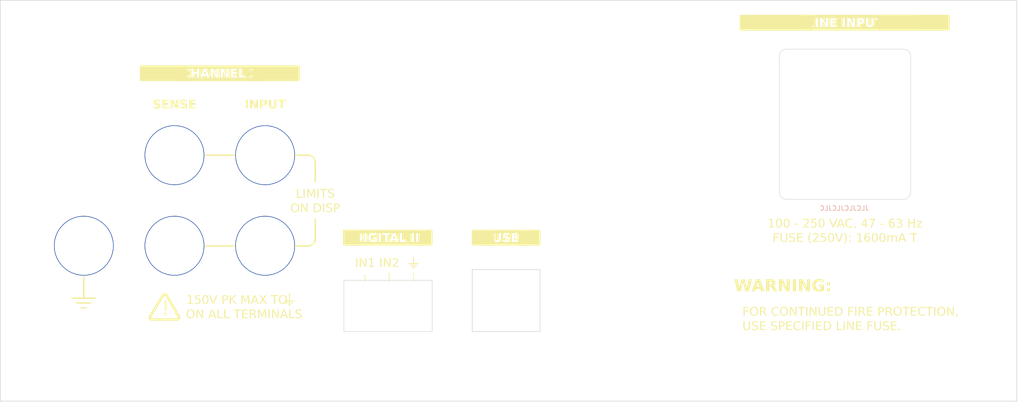
<source format=kicad_pcb>
(kicad_pcb (version 20221018) (generator pcbnew)
  (layers (0 "F.Cu" signal) (31 "B.Cu" signal) (34 "B.Paste" user) (35 "F.Paste" user) (36 "B.SilkS" user "B.Silkscreen") (37 "F.SilkS" user "F.Silkscreen") (38 "B.Mask" user) (39 "F.Mask" user) (44 "Edge.Cuts" user))
  (net 0 "")
  (footprint "02_Sebastian_FrontPanel:IEC_PowerConnector" (layer "F.Cu") (at 202 48.45)
    (fp_text reference "J1" hide)
    (fp_text value "IEC_Power_Connector")
    (fp_line (start -13.75 14.25) (end -13.75 -14.25) (stroke (width 0.1)) (layer "Edge.Cuts"))
    (fp_line (start -12.25 -15.75) (end 12.25 -15.75) (stroke (width 0.1)) (layer "Edge.Cuts"))
    (fp_line (start 12.25 15.75) (end -12.25 15.75) (stroke (width 0.1)) (layer "Edge.Cuts"))
    (fp_line (start 13.75 -14.25) (end 13.75 14.25) (stroke (width 0.1)) (layer "Edge.Cuts"))
    (fp_arc (start -13.75 -14.25) (mid -13.31066 -15.31066) (end -12.25 -15.75) (stroke (width 0.1)) (layer "Edge.Cuts"))
    (fp_arc (start -12.25 15.75) (mid -13.31066 15.31066) (end -13.75 14.25) (stroke (width 0.1)) (layer "Edge.Cuts"))
    (fp_arc (start 12.25 -15.75) (mid 13.31066 -15.31066) (end 13.75 -14.25) (stroke (width 0.1)) (layer "Edge.Cuts"))
    (fp_arc (start 13.75 14.25) (mid 13.31066 15.31066) (end 12.25 15.75) (stroke (width 0.1)) (layer "Edge.Cuts"))
    (pad "" np_thru_hole circle (at -18 0) (size 3.5 3.5) (drill 3.6) (layers "F&B.Cu" "*.Mask"))
    (pad "" np_thru_hole circle (at 18 0) (size 3.5 3.5) (drill 3.6) (layers "F&B.Cu" "*.Mask"))
  )
  (footprint "02_Sebastian_FrontPanel:Front_Panel_42TE_With_Holes" (layer "F.Cu") (at 131.5 64.5)
    (fp_text reference "MP1" hide)
    (fp_text value "FrontPanel_42TE_2HE_With_Holes")
    (fp_rect (start -106.5 -42.05) (end 106.5 42.05) (stroke (width 0.12)) (fill none) (layer "Edge.Cuts"))
    (pad "" np_thru_hole circle locked (at -99.06 -39.025) (size 2.7 2.7) (drill 2.7) (layers "F&B.Cu" "*.Mask"))
    (pad "" np_thru_hole circle locked (at -99.06 39.025) (size 2.7 2.7) (drill 2.7) (layers "F&B.Cu" "*.Mask"))
    (pad "" np_thru_hole circle locked (at 99.06 -39.025) (size 2.7 2.7) (drill 2.7) (layers "F&B.Cu" "*.Mask"))
    (pad "" np_thru_hole circle locked (at 99.06 39.025) (size 2.7 2.7) (drill 2.7) (layers "F&B.Cu" "*.Mask"))
  )
  (footprint "01_Sebastian:Triangle_Warning" (layer "F.Cu") (at 59.489581 87.45)
    (fp_text reference "LOGO1" hide)
    (fp_text value "SYMBOL_TRIANGLE_WARNING")
    (fp_text user "!" (at -0.7 1.6 unlocked) (layer "F.SilkS") (effects (font (size 3 3)) (justify left bottom)))
    (fp_line (start -3.095999 1.333989) (end -0.403837 -3.062981) (stroke (width 0.5)) (layer "F.SilkS"))
    (fp_line (start -2.695727 1.9812) (end 2.543634 1.9812) (stroke (width 0.5)) (layer "F.SilkS"))
    (fp_line (start 2.904 1.310948) (end 0.356801 -3.086021) (stroke (width 0.5)) (layer "F.SilkS"))
    (fp_arc (start -2.695727 1.9812) (mid -3.076349 1.769218) (end -3.095999 1.333989) (stroke (width 0.5)) (layer "F.SilkS"))
    (fp_arc (start -0.403837 -3.062981) (mid -0.029943 -3.286619) (end 0.356801 -3.086021) (stroke (width 0.5)) (layer "F.SilkS"))
    (fp_arc (start 2.904 1.310948) (mid 2.910729 1.746568) (end 2.543634 1.9812) (stroke (width 0.5)) (layer "F.SilkS"))
  )
  (footprint "02_Sebastian_FrontPanel:USB_B" (layer "F.Cu") (at 131 85.45)
    (fp_text reference "J2" hide)
    (fp_text value "~" hide)
    (fp_rect (start -7.1 -6.5) (end 7.1 6.5) (stroke (width 0.12)) (fill none) (layer "Edge.Cuts"))
  )
  (footprint "02_Sebastian_FrontPanel:SEB_7080_NI_ARRAY_5" (layer "F.Cu") (at 71 64.45 -90)
    (fp_text reference "J3" hide)
    (fp_text value "5_Socket_Terminal")
    (pad "" np_thru_hole circle locked (at -9.5 -9.5 270) (size 12.5 12.5) (drill 12.2) (layers "F&B.Cu" "*.Mask"))
    (pad "" np_thru_hole circle locked (at -9.5 9.5 270) (size 12.5 12.5) (drill 12.2) (layers "F&B.Cu" "*.Mask"))
    (pad "" np_thru_hole circle locked (at 9.5 -9.5 270) (size 12.5 12.5) (drill 12.2) (layers "F&B.Cu" "*.Mask"))
    (pad "" np_thru_hole circle locked (at 9.5 9.5 270) (size 12.5 12.5) (drill 12.2) (layers "F&B.Cu" "*.Mask"))
    (pad "" np_thru_hole circle locked (at 9.5 28.5 270) (size 12.5 12.5) (drill 12.2) (layers "F&B.Cu" "*.Mask"))
  )
  (gr_rect (start 180.2 25.75) (end 195.15 28.55) (stroke (width 0.5)) (fill solid) (layer "F.SilkS"))
  (gr_line (start 87 74) (end 89.5 74) (stroke (width 0.3)) (layer "F.SilkS"))
  (gr_rect (start 62.3 36.35) (end 80.2 39.15) (stroke (width 0.5)) (fill none) (layer "F.SilkS"))
  (gr_rect (start 77.9 36.35) (end 87.5 39.15) (stroke (width 0.5)) (fill solid) (layer "F.SilkS"))
  (gr_line (start 40 84.95) (end 45 84.95) (stroke (width 0.3)) (layer "F.SilkS"))
  (gr_line (start 42 86.95) (end 43 86.95) (stroke (width 0.3)) (layer "F.SilkS"))
  (gr_arc (start 91 72.5) (mid 90.56066 73.56066) (end 89.5 74) (stroke (width 0.3)) (layer "F.SilkS"))
  (gr_rect (start 54.5 36.35) (end 64.05 39.15) (stroke (width 0.5)) (fill solid) (layer "F.SilkS"))
  (gr_line (start 87 54.95) (end 89.5 54.95) (stroke (width 0.3)) (layer "F.SilkS"))
  (gr_line (start 91 72.5) (end 91 68.35) (stroke (width 0.3)) (layer "F.SilkS"))
  (gr_line (start 85.6 85.55) (end 85.6 84.05) (stroke (width 0.2)) (layer "F.SilkS"))
  (gr_line (start 101.45 81.45) (end 101.45 79.95) (stroke (width 0.15)) (layer "F.SilkS"))
  (gr_rect (start 97.1 70.85) (end 100.1254 73.65) (stroke (width 0.5)) (fill solid) (layer "F.SilkS"))
  (gr_line (start 111.6 81.475) (end 111.6 79.7) (stroke (width 0.15)) (layer "F.SilkS"))
  (gr_line (start 85 85.95) (end 86.2 85.95) (stroke (width 0.2)) (layer "F.SilkS"))
  (gr_line (start 91 56.45) (end 91 60.55) (stroke (width 0.3)) (layer "F.SilkS"))
  (gr_line (start 106.5 81.475) (end 106.5 79.7) (stroke (width 0.15)) (layer "F.SilkS"))
  (gr_rect (start 112.85 70.85) (end 115.3254 73.65) (stroke (width 0.5)) (fill solid) (layer "F.SilkS"))
  (gr_rect (start 133.65 70.85) (end 137.95 73.65) (stroke (width 0.5)) (fill solid) (layer "F.SilkS"))
  (gr_rect (start 124.05 70.85) (end 128.4 73.65) (stroke (width 0.5)) (fill solid) (layer "F.SilkS"))
  (gr_rect (start 97.75 70.85) (end 113.95 73.65) (stroke (width 0.5)) (fill none) (layer "F.SilkS"))
  (gr_line (start 68 74) (end 74 74) (stroke (width 0.3)) (layer "F.SilkS"))
  (gr_line (start 41 85.95) (end 44 85.95) (stroke (width 0.3)) (layer "F.SilkS"))
  (gr_rect (start 193.3 25.75) (end 217 28.55) (stroke (width 0.5)) (fill none) (layer "F.SilkS"))
  (gr_line (start 111.35 78.5) (end 111.85 78.5) (stroke (width 0.2)) (layer "F.SilkS"))
  (gr_line (start 68 54.95) (end 74 54.95) (stroke (width 0.3)) (layer "F.SilkS"))
  (gr_line (start 110.6 77.7) (end 112.6 77.7) (stroke (width 0.2)) (layer "F.SilkS"))
  (gr_rect (start 126.4 70.85) (end 136.1 73.65) (stroke (width 0.5)) (fill none) (layer "F.SilkS"))
  (gr_line (start 111 78.1) (end 112.2 78.1) (stroke (width 0.2)) (layer "F.SilkS"))
  (gr_line (start 85.35 86.35) (end 85.85 86.35) (stroke (width 0.2)) (layer "F.SilkS"))
  (gr_line (start 84.6 85.55) (end 86.6 85.55) (stroke (width 0.2)) (layer "F.SilkS"))
  (gr_arc (start 89.5 54.95) (mid 90.56066 55.38934) (end 91 56.45) (stroke (width 0.3)) (layer "F.SilkS"))
  (gr_line (start 111.6 77.7) (end 111.6 76.45) (stroke (width 0.2)) (layer "F.SilkS"))
  (gr_line (start 42.5 84.95) (end 42.5 80.45) (stroke (width 0.3)) (layer "F.SilkS"))
  (gr_rect (start 209 25.75) (end 223.7 28.55) (stroke (width 0.5)) (fill solid) (layer "F.SilkS"))
  (gr_rect (start 97 81.2) (end 115.5 91.95) (stroke (width 0.1)) (fill none) (layer "Edge.Cuts"))
  (gr_text "JLCJLCJLCJLC" (at 207.1 66.65) (layer "B.SilkS") (effects (font (size 1 1) (thickness 0.153)) (justify left bottom mirror)))
  (gr_text "IN1" (at 101.45 78.7) (layer "F.SilkS") (effects (font (size 1.8 1.8) (thickness 0.225)) (justify bottom)))
  (gr_text "150V PK MAX TO" (at 74.6 86.45) (layer "F.SilkS") (effects (font (size 1.8 1.8) (thickness 0.225)) (justify bottom)))
  (gr_text "IN2" (at 106.5 78.7) (layer "F.SilkS") (effects (font (size 1.8 1.8) (thickness 0.225)) (justify bottom)))
  (gr_text "USB" (at 131 73.45) (layer "F.SilkS" knockout) (effects (font (size 1.8 1.8) (thickness 0.3) bold) (justify bottom)))
  (gr_text "100 - 250 VAC, 47 - 63 Hz\nFUSE (250V): 1600mA T" (at 202 73.45) (layer "F.SilkS") (effects (font (size 1.8 1.8) (thickness 0.225)) (justify bottom)))
  (gr_text "CHANNEL 2" (at 71 38.95) (layer "F.SilkS" knockout) (effects (font (size 1.8 1.8) (thickness 0.3) bold) (justify bottom)))
  (gr_text "FOR CONTINUED FIRE PROTECTION,\nUSE SPECIFIED LINE FUSE." (at 180.5 91.95) (layer "F.SilkS") (effects (font (size 1.8 1.8) (thickness 0.225)) (justify left bottom)))
  (gr_text "WARNING:" (at 189 83.95) (layer "F.SilkS") (effects (font (size 2.5 2.5) (thickness 0.36) bold) (justify bottom)))
  (gr_text "LINE INPUT" (at 202 28.35) (layer "F.SilkS" knockout) (effects (font (size 1.8 1.8) (thickness 0.3) bold) (justify bottom)))
  (gr_text "DIGITAL IN" (at 106.5 73.45) (layer "F.SilkS" knockout) (effects (font (size 1.8 1.8) (thickness 0.3) bold) (justify bottom)))
  (gr_text "LIMITS\nON DISP" (at 91 67.2) (layer "F.SilkS") (effects (font (size 1.8 1.8) (thickness 0.225)) (justify bottom)))
  (gr_text "SENSE" (at 61.5 45.45) (layer "F.SilkS") (effects (font (size 1.8 1.8) (thickness 0.45) bold) (justify bottom)))
  (gr_text "INPUT" (at 80.5 45.45) (layer "F.SilkS") (effects (font (size 1.8 1.8) (thickness 0.45) bold) (justify bottom)))
  (gr_text "ON ALL TERMINALS" (at 76.1 89.45) (layer "F.SilkS") (effects (font (size 1.8 1.8) (thickness 0.225)) (justify bottom)))
)
</source>
